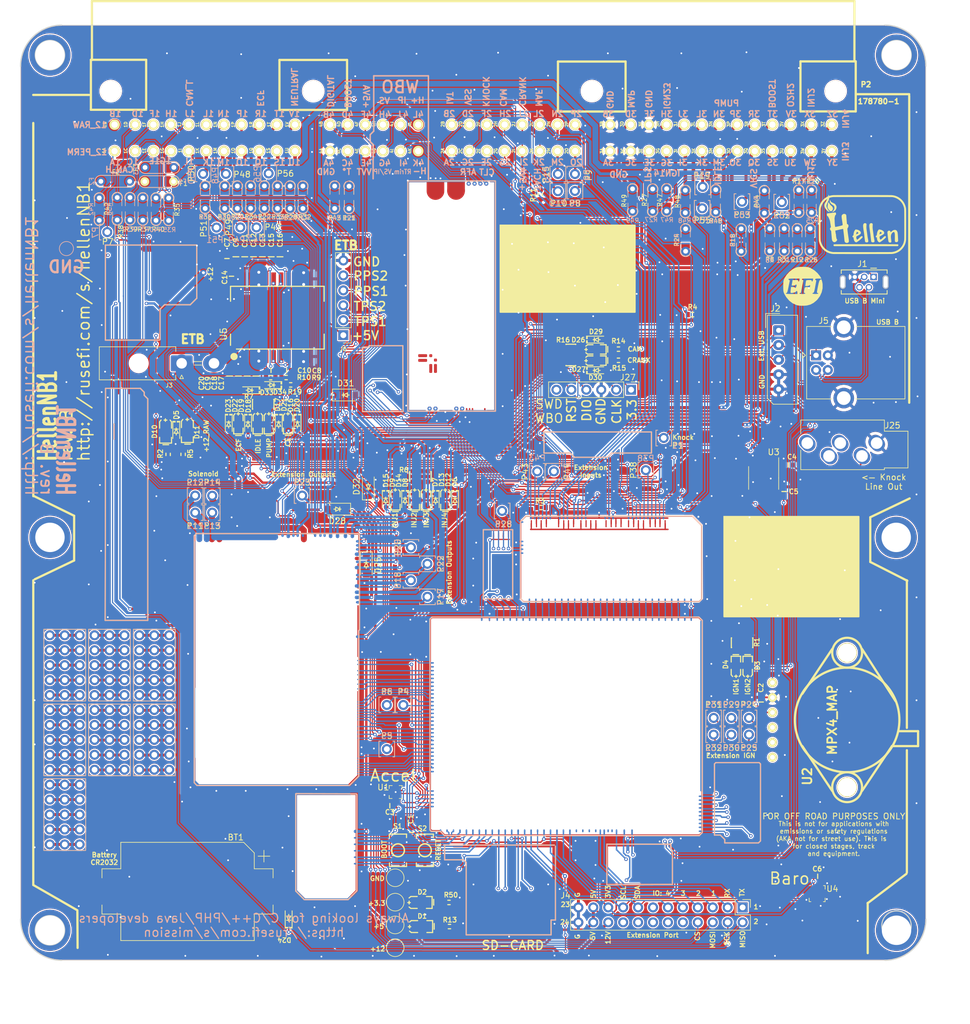
<source format=kicad_pcb>
(kicad_pcb (version 20210424) (generator pcbnew)

  (general
    (thickness 1.6)
  )

  (paper "A")
  (title_block
    (title "Hellen64")
    (date "2020-08-21")
    (rev "b")
  )

  (layers
    (0 "F.Cu" signal)
    (31 "B.Cu" signal)
    (32 "B.Adhes" user "B.Adhesive")
    (33 "F.Adhes" user "F.Adhesive")
    (34 "B.Paste" user)
    (35 "F.Paste" user)
    (36 "B.SilkS" user "B.Silkscreen")
    (37 "F.SilkS" user "F.Silkscreen")
    (38 "B.Mask" user)
    (39 "F.Mask" user)
    (40 "Dwgs.User" user "User.Drawings")
    (41 "Cmts.User" user "User.Comments")
    (42 "Eco1.User" user "User.Eco1")
    (43 "Eco2.User" user "User.Eco2")
    (44 "Edge.Cuts" user)
    (45 "Margin" user)
    (46 "B.CrtYd" user "B.Courtyard")
    (47 "F.CrtYd" user "F.Courtyard")
    (48 "B.Fab" user)
    (49 "F.Fab" user)
  )

  (setup
    (stackup
      (layer "F.SilkS" (type "Top Silk Screen"))
      (layer "F.Paste" (type "Top Solder Paste"))
      (layer "F.Mask" (type "Top Solder Mask") (color "Green") (thickness 0.01))
      (layer "F.Cu" (type "copper") (thickness 0.035))
      (layer "dielectric 1" (type "core") (thickness 1.51) (material "FR4") (epsilon_r 4.5) (loss_tangent 0.02))
      (layer "B.Cu" (type "copper") (thickness 0.035))
      (layer "B.Mask" (type "Bottom Solder Mask") (color "Green") (thickness 0.01))
      (layer "B.Paste" (type "Bottom Solder Paste"))
      (layer "B.SilkS" (type "Bottom Silk Screen"))
      (copper_finish "None")
      (dielectric_constraints no)
    )
    (pad_to_mask_clearance 0)
    (aux_axis_origin 21.09832 170.70534)
    (pcbplotparams
      (layerselection 0x00310f8_ffffffff)
      (disableapertmacros true)
      (usegerberextensions true)
      (usegerberattributes false)
      (usegerberadvancedattributes true)
      (creategerberjobfile false)
      (svguseinch false)
      (svgprecision 6)
      (excludeedgelayer true)
      (plotframeref false)
      (viasonmask false)
      (mode 1)
      (useauxorigin true)
      (hpglpennumber 1)
      (hpglpenspeed 20)
      (hpglpendiameter 15.000000)
      (dxfpolygonmode true)
      (dxfimperialunits true)
      (dxfusepcbnewfont true)
      (psnegative false)
      (psa4output false)
      (plotreference true)
      (plotvalue false)
      (plotinvisibletext false)
      (sketchpadsonfab false)
      (subtractmaskfromsilk false)
      (outputformat 1)
      (mirror false)
      (drillshape 0)
      (scaleselection 1)
      (outputdirectory "gerber/")
    )
  )

  (net 0 "")
  (net 1 "GND")
  (net 2 "/IN_CRANK")
  (net 3 "+12V")
  (net 4 "Net-(D1-Pad2)")
  (net 5 "/1G")
  (net 6 "/1H")
  (net 7 "/1E")
  (net 8 "/1L")
  (net 9 "/1B")
  (net 10 "/1A")
  (net 11 "/1D")
  (net 12 "Net-(D2-Pad2)")
  (net 13 "/1J")
  (net 14 "/1F")
  (net 15 "/1P")
  (net 16 "/1O")
  (net 17 "/1M")
  (net 18 "/1N")
  (net 19 "/1Q")
  (net 20 "Net-(D3-Pad2)")
  (net 21 "Net-(D4-Pad2)")
  (net 22 "/1V")
  (net 23 "/1U")
  (net 24 "/NRESET")
  (net 25 "unconnected-(J1-Pad4)")
  (net 26 "Net-(D12-Pad1)")
  (net 27 "/VBUS")
  (net 28 "/SD_MISO")
  (net 29 "/SD_SCK")
  (net 30 "/SD_MOSI")
  (net 31 "/SD_CS")
  (net 32 "unconnected-(J4-Pad18)")
  (net 33 "Net-(D13-Pad1)")
  (net 34 "unconnected-(J4-Pad16)")
  (net 35 "Net-(D14-Pad1)")
  (net 36 "unconnected-(J4-Pad14)")
  (net 37 "unconnected-(J4-Pad13)")
  (net 38 "unconnected-(J4-Pad12)")
  (net 39 "Net-(D15-Pad1)")
  (net 40 "/EXT_IO4")
  (net 41 "unconnected-(J4-Pad10)")
  (net 42 "/EXT_IO3")
  (net 43 "/EXT_SPI_CS2")
  (net 44 "/EXT_IO2")
  (net 45 "/EXT_SPI_MOSI")
  (net 46 "/EXT_IO1")
  (net 47 "/EXT_SPI_SCK")
  (net 48 "/UART_EXT_TX")
  (net 49 "/EXT_SPI_MISO")
  (net 50 "/UART_EXT_RX")
  (net 51 "Net-(D11-Pad2)")
  (net 52 "Net-(D16-Pad1)")
  (net 53 "Net-(D17-Pad1)")
  (net 54 "+5VA")
  (net 55 "Net-(D19-Pad1)")
  (net 56 "/EXT_I2C_SDA")
  (net 57 "/EXT_I2C_SCL")
  (net 58 "/PPS")
  (net 59 "/1C")
  (net 60 "/RES3")
  (net 61 "/CAM")
  (net 62 "/INJ3")
  (net 63 "/INJ4")
  (net 64 "/SENS3")
  (net 65 "/SENS1")
  (net 66 "/IN_SENS2")
  (net 67 "/IN_SENS3")
  (net 68 "/IN_KNOCK")
  (net 69 "/IN_TPS")
  (net 70 "unconnected-(M1-PadS14)")
  (net 71 "/IN_RES3")
  (net 72 "/IN_PPS")
  (net 73 "/MAIN")
  (net 74 "/LOW7_HIGH1")
  (net 75 "/O2H")
  (net 76 "/IN_TPS2")
  (net 77 "/VREF2")
  (net 78 "/O2H2")
  (net 79 "/IO8")
  (net 80 "/ALT_WARN")
  (net 81 "/ETB_EN")
  (net 82 "/IN_VSS")
  (net 83 "/+ETB")
  (net 84 "/SOLENOID_B2")
  (net 85 "/IDLE")
  (net 86 "/PP1")
  (net 87 "/LOW10")
  (net 88 "/IO12")
  (net 89 "/IO13")
  (net 90 "/INJ1")
  (net 91 "/INJ2")
  (net 92 "/PP2")
  (net 93 "/CRANK")
  (net 94 "/VSS")
  (net 95 "/ECF_RELAY")
  (net 96 "unconnected-(M3-PadN4)")
  (net 97 "unconnected-(M3-PadN5)")
  (net 98 "/CLT")
  (net 99 "/IAT")
  (net 100 "/MAF")
  (net 101 "/MAP2")
  (net 102 "/USB+")
  (net 103 "/USB-")
  (net 104 "/OUT_SOLENOID_A1")
  (net 105 "/OUT_SOLENOID_A2")
  (net 106 "/OUT_SOLENOID_B1")
  (net 107 "/OUT_SOLENOID_B2")
  (net 108 "+12V_PROT")
  (net 109 "/OUT_HIGH2")
  (net 110 "/OUT_LOW10")
  (net 111 "unconnected-(M1-PadE4)")
  (net 112 "unconnected-(M1-PadE3)")
  (net 113 "+5V")
  (net 114 "/OUT_HIGH1")
  (net 115 "/IGN1")
  (net 116 "/IGN2")
  (net 117 "/IGN3")
  (net 118 "/IGN4")
  (net 119 "/IGN5")
  (net 120 "/IGN6")
  (net 121 "/IGN7")
  (net 122 "/IGN8")
  (net 123 "/OUT_LOW7_PULLUP")
  (net 124 "/OUT_IGN3")
  (net 125 "/OUT_IGN4")
  (net 126 "/OUT_IGN5")
  (net 127 "/OUT_IGN6")
  (net 128 "/OUT_IGN7")
  (net 129 "/OUT_IGN8")
  (net 130 "/OUT_LOW5_DUAL")
  (net 131 "unconnected-(J27-Pad6)")
  (net 132 "unconnected-(M12-PadJ1)")
  (net 133 "unconnected-(M12-PadJ_GND1)")
  (net 134 "/VIGN")
  (net 135 "/D4")
  (net 136 "/D3")
  (net 137 "unconnected-(M3-PadN32)")
  (net 138 "/BOOT0")
  (net 139 "/IN_KNOCK_RAW")
  (net 140 "/WBO_Vs")
  (net 141 "/WBO_Vs{slash}Ip")
  (net 142 "/WBO_Ip")
  (net 143 "/WBO_R_Trim")
  (net 144 "/OUT_IGN1")
  (net 145 "/OUT_IGN2")
  (net 146 "Net-(P2-Pad5)")
  (net 147 "/VBAT")
  (net 148 "+3V3")
  (net 149 "Net-(P2-Pad6)")
  (net 150 "/OUT_INJ2")
  (net 151 "/OUT_INJ1")
  (net 152 "Net-(P2-Pad10)")
  (net 153 "unconnected-(M3-PadN11)")
  (net 154 "unconnected-(M3-PadN10)")
  (net 155 "unconnected-(M3-PadN9)")
  (net 156 "unconnected-(M3-PadN8)")
  (net 157 "/OUT_IDLE")
  (net 158 "/CAN_TX")
  (net 159 "/CAN_RX")
  (net 160 "/CAN_VIO")
  (net 161 "/IN_CAM")
  (net 162 "Net-(P2-Pad20)")
  (net 163 "Net-(P2-Pad21)")
  (net 164 "/CE")
  (net 165 "/TPS2")
  (net 166 "/IN_MAF")
  (net 167 "/IN_CLT")
  (net 168 "/IN_IAT")
  (net 169 "/IN_CLUTCH")
  (net 170 "/-ETB")
  (net 171 "/PUMP")
  (net 172 "/IN_D4")
  (net 173 "unconnected-(R1-Pad7)")
  (net 174 "unconnected-(R1-Pad6)")
  (net 175 "unconnected-(M3-PadE33)")
  (net 176 "/OUT_INJ4")
  (net 177 "/OUT_TACH")
  (net 178 "/OUT_INJ3")
  (net 179 "Net-(D18-Pad1)")
  (net 180 "/CLUTCH")
  (net 181 "/MAP3")
  (net 182 "/TPS")
  (net 183 "/SENS4")
  (net 184 "/KNOCK")
  (net 185 "/SENS2")
  (net 186 "unconnected-(U1-Pad5)")
  (net 187 "/IN_MAP3")
  (net 188 "unconnected-(U2-Pad6)")
  (net 189 "unconnected-(U2-Pad5)")
  (net 190 "unconnected-(U2-Pad4)")
  (net 191 "/AC_SW")
  (net 192 "/AC_FAN_RELAY")
  (net 193 "unconnected-(J11-Pad1)")
  (net 194 "unconnected-(J13-Pad1)")
  (net 195 "unconnected-(J14-Pad1)")
  (net 196 "unconnected-(J15-Pad1)")
  (net 197 "unconnected-(J16-Pad1)")
  (net 198 "+5V_IGN")
  (net 199 "+3V3_IGN")
  (net 200 "+12V_RAW")
  (net 201 "+12V_PERM")
  (net 202 "/CAN-")
  (net 203 "/CAN+")
  (net 204 "Net-(D26-Pad2)")
  (net 205 "Net-(D26-Pad1)")
  (net 206 "Net-(D27-Pad2)")
  (net 207 "Net-(D27-Pad1)")
  (net 208 "unconnected-(M1-PadJ17)")
  (net 209 "unconnected-(R16-Pad5)")
  (net 210 "unconnected-(R16-Pad4)")
  (net 211 "unconnected-(R16-Pad8)")
  (net 212 "unconnected-(R16-Pad1)")
  (net 213 "Net-(D10-Pad2)")
  (net 214 "/3I")
  (net 215 "/OUT_ECF_RELAY")
  (net 216 "/3S")
  (net 217 "/3Y")
  (net 218 "/3H")
  (net 219 "/3J")
  (net 220 "/OUT_PUMP_RELAY")
  (net 221 "/3N")
  (net 222 "/3R")
  (net 223 "/3T")
  (net 224 "/3X")
  (net 225 "/3Z")
  (net 226 "Net-(G4-Pad10)")
  (net 227 "Net-(G4-Pad14)")
  (net 228 "Net-(G4-Pad13)")
  (net 229 "Net-(G4-Pad12)")
  (net 230 "/IN_AC_SW")
  (net 231 "Net-(G5-Pad10)")
  (net 232 "Net-(G5-Pad14)")
  (net 233 "Net-(G5-Pad13)")
  (net 234 "Net-(G5-Pad12)")
  (net 235 "Net-(G5-Pad1)")
  (net 236 "Net-(G6-Pad10)")
  (net 237 "Net-(G6-Pad14)")
  (net 238 "Net-(G6-Pad13)")
  (net 239 "Net-(G6-Pad12)")
  (net 240 "Net-(G6-Pad1)")
  (net 241 "Net-(G7-Pad10)")
  (net 242 "Net-(G7-Pad14)")
  (net 243 "Net-(G7-Pad13)")
  (net 244 "Net-(G7-Pad12)")
  (net 245 "Net-(G7-Pad1)")
  (net 246 "unconnected-(M5-PadS10)")
  (net 247 "/AC_RELAY")
  (net 248 "unconnected-(M5-PadW35)")
  (net 249 "Net-(C4-Pad2)")
  (net 250 "Net-(C4-Pad1)")
  (net 251 "unconnected-(J25-PadR)")
  (net 252 "Net-(U3-Pad6)")
  (net 253 "Net-(BT1-Pad1)")
  (net 254 "unconnected-(J25-PadRN)")
  (net 255 "unconnected-(J25-PadTN)")
  (net 256 "unconnected-(U4-Pad7)")
  (net 257 "Net-(J27-Pad1)")
  (net 258 "Net-(J27-Pad2)")
  (net 259 "Net-(J27-Pad4)")
  (net 260 "Net-(J27-Pad5)")
  (net 261 "unconnected-(U1-Pad12)")
  (net 262 "unconnected-(U1-Pad11)")
  (net 263 "Net-(M3-PadN25)")
  (net 264 "Net-(M3-PadN26)")
  (net 265 "Net-(M3-PadN27)")
  (net 266 "/IN_PRESSURE")
  (net 267 "/OUT_AC_RELAY")
  (net 268 "Net-(G4-Pad1)")
  (net 269 "unconnected-(M1-PadJ14)")
  (net 270 "/OUT_CHECK_ENGINE")
  (net 271 "/OUT_AC_FAN_RELAY")
  (net 272 "Net-(M12-PadW2)")
  (net 273 "Net-(M12-PadW4)")
  (net 274 "unconnected-(M12-PadJ2)")
  (net 275 "unconnected-(M12-PadJ_GND2)")
  (net 276 "unconnected-(M12-PadJ_VCC1)")
  (net 277 "unconnected-(M12-PadJ_VCC2)")
  (net 278 "Net-(M12-PadW3)")
  (net 279 "/OUT_VICS")
  (net 280 "/IN_O2S2")
  (net 281 "/IN_NEUTRAL")
  (net 282 "/IN_MAP")
  (net 283 "/IN_EGR_BOOST")
  (net 284 "/IN_BRAKE")
  (net 285 "/IN_AFR")
  (net 286 "/IN_STEERING")
  (net 287 "/OUT_O2H")
  (net 288 "/OUT_ALT_WARNING")
  (net 289 "/OUT_O2H2")
  (net 290 "/OUT_ALTERNATOR")
  (net 291 "/2M")
  (net 292 "/2O")
  (net 293 "/2N")
  (net 294 "/2P")
  (net 295 "/3G")
  (net 296 "/3K")
  (net 297 "/3U")
  (net 298 "/3W")
  (net 299 "/3D")
  (net 300 "/3L")
  (net 301 "/4K")
  (net 302 "/3V")
  (net 303 "unconnected-(M1-PadJ10)")
  (net 304 "unconnected-(J17-Pad1)")
  (net 305 "/4L")
  (net 306 "/OUT_VVT")
  (net 307 "/STEERING")
  (net 308 "/AFR")
  (net 309 "/BRAKE")
  (net 310 "/EGR_BOOST")
  (net 311 "/TEMP")
  (net 312 "/PRESSURE")
  (net 313 "/IN_O2S3")
  (net 314 "/DIGITAL")
  (net 315 "/IN_DIGITAL")
  (net 316 "/OUT_BOOST")
  (net 317 "Net-(P2-Pad72)")
  (net 318 "Net-(P2-Pad59)")
  (net 319 "Net-(P2-Pad66)")
  (net 320 "/IN_TEMP_OR_PPS2")
  (net 321 "Net-(C8-Pad1)")
  (net 322 "Net-(C10-Pad1)")
  (net 323 "Net-(C10-Pad2)")
  (net 324 "Net-(C14-Pad2)")
  (net 325 "Net-(D33-Pad1)")
  (net 326 "/OUT_ETB+")
  (net 327 "/OUT_ETB-")
  (net 328 "+12V_ETB")
  (net 329 "Net-(G9-Pad12)")
  (net 330 "Net-(G9-Pad13)")
  (net 331 "Net-(G11-Pad1)")
  (net 332 "Net-(G11-Pad12)")
  (net 333 "Net-(G11-Pad13)")
  (net 334 "Net-(G11-Pad14)")
  (net 335 "Net-(G12-Pad12)")
  (net 336 "Net-(G12-Pad13)")
  (net 337 "Net-(G12-Pad14)")
  (net 338 "Net-(G12-Pad10)")
  (net 339 "Net-(G9-Pad10)")
  (net 340 "Net-(G9-Pad14)")
  (net 341 "Net-(G11-Pad10)")
  (net 342 "Net-(G12-Pad1)")
  (net 343 "Net-(G9-Pad1)")
  (net 344 "/VVT")
  (net 345 "/BOOST")
  (net 346 "/VICS")
  (net 347 "/EXT_SPI_CS")

  (footprint "rusefi_lib:LOGO" (layer "F.Cu") (at 154.175 56.15))

  (footprint "rusefi_lib:Off_Road_Disclaimer" (layer "F.Cu") (at 166.61096 62.518 90))

  (footprint "hellen-one-sd-0.1:sd" (layer "F.Cu") (at 93.141861 166.485307))

  (footprint "hellen-one-knock-0.1:knock" (layer "F.Cu") (at 128.509785 80.786596 180))

  (footprint "hellen-one-common:PAD-0805-PAD" (layer "F.Cu") (at 148.54832 48.20534 90))

  (footprint "hellen-one-common:PAD-0805-PAD" (layer "F.Cu") (at 69.122748 40.975 90))

  (footprint "hellen-one-common:PAD-TH" (layer "F.Cu") (at 83.4007 134.79512))

  (footprint "hellen-one-common:PAD-TH" (layer "F.Cu") (at 83.4007 127.29294))

  (footprint "hellen-one-common:PAD-TH" (layer "F.Cu") (at 61.225 46.1))

  (footprint "hellen-one-common:R0603" (layer "F.Cu") (at 46.19832 84.69284 -90))

  (footprint "Connector_PinHeader_2.54mm:PinHeader_1x06_P2.54mm_Vertical" (layer "F.Cu") (at 124.95 73.7 -90))

  (footprint "hellen-one-common:R0603" (layer "F.Cu") (at 135.4 60.925))

  (footprint "hellen-one-common:PAD-TH" (layer "F.Cu") (at 137.05 42.85))

  (footprint "TestPoint:TestPoint_Pad_D2.0mm" (layer "F.Cu") (at 84.817979 168.569299))

  (footprint "hellen-one-common:C0603" (layer "F.Cu") (at 83.909999 144.4))

  (footprint "hellen-one-common:PROTO_AREA" (layer "F.Cu") (at 41.30832 125.608018 90))

  (footprint "hellen-one-common:R0603" (layer "F.Cu") (at 66.275 71.625))

  (footprint "hellen-one-common:PAD-TH" (layer "F.Cu") (at 112.5 39.95))

  (footprint "hellen-one-common:PAD-0805-PAD" (layer "F.Cu") (at 76.975 41.000021 90))

  (footprint "hellen-one-common:PAD-TH" (layer "F.Cu") (at 50.8 91.7))

  (footprint "hellen-one-common:PROTO_AREA" (layer "F.Cu") (at 33.68832 138.308018 90))

  (footprint "hellen-one-output-0.3:output" (layer "F.Cu") (at 78.81486 98.04862 180))

  (footprint "hellen-one-common:PAD-0805-PAD" (layer "F.Cu") (at 52.5 40.975 90))

  (footprint "hellen-one-common:LED-0805" (layer "F.Cu") (at 89.30436 164.975 180))

  (footprint "hellen-one-common:PAD-0805-PAD" (layer "F.Cu") (at 134.175 41.700021 90))

  (footprint "hellen-one-common:SOD-323" (layer "F.Cu") (at 83.210209 92.54925 -90))

  (footprint "hellen-one-common:C0603" (layer "F.Cu") (at 56.228517 51.393556 -90))

  (footprint "hellen-one-common:C0603" (layer "F.Cu") (at 87.65 148.975 -90))

  (footprint "hellen-one-common:PAD-TH" (layer "F.Cu") (at 112.5 37.025 180))

  (footprint "hellen-one-common:SMD-2_2.9x3.9x1.7" (layer "F.Cu") (at 85.3 152 -90))

  (footprint "hellen-one-common:LED-0603" (layer "F.Cu") (at 93.310209 92.44925 90))

  (footprint "hellen-one-common:C0603" (layer "F.Cu") (at 151.690001 86.5 180))

  (footprint "hellen-one-common:PAD-0805-PAD" (layer "F.Cu") (at 134.225 48.25 90))

  (footprint "hellen-one-common:SOD-123" (layer "F.Cu") (at 74.995 94 180))

  (footprint "hellen-one-common:PAD-0805-PAD" (layer "F.Cu") (at 64.8 40.975 90))

  (footprint "hellen-one-common:SOD-323" (layer "F.Cu") (at 94.997706 92.550749 -90))

  (footprint "hellen-one-common:PAD-0805-PAD" (layer "F.Cu") (at 34.489541 42.995902 90))

  (footprint "hellen-one-common:178780-1" (layer "F.Cu") (at 146.63696 33.12622))

  (footprint "hellen-one-common:SOD-323" (layer "F.Cu") (at 59.787497 79.601499 -90))

  (footprint "hellen-one-common:PAD-TH" (layer "F.Cu") (at 63.29832 36.925 180))

  (footprint "hellen-one-common:PAD-TH" (layer "F.Cu") (at 150.592799 41.80534 180))

  (footprint "hellen-one-common:LED-0805" (layer "F.Cu") (at 49.47332 80.79284 90))

  (footprint "hellen-one-common:C0805" (layer "F.Cu") (at 61.15 71.375 -90))

  (footprint "hellen-one-common:PAD-TH" (layer "F.Cu") (at 111.825 87.575 -90))

  (footprint "hellen-on
... [4424802 chars truncated]
</source>
